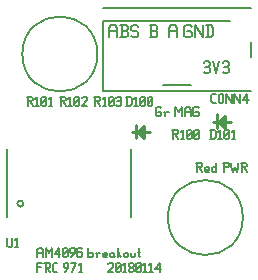
<source format=gbr>
G04 start of page 8 for group -4079 idx -4079 *
G04 Title: encoder, topsilk *
G04 Creator: pcb 20140316 *
G04 CreationDate: Mon 15 Jan 2018 02:12:54 AM GMT UTC *
G04 For: brian *
G04 Format: Gerber/RS-274X *
G04 PCB-Dimensions (mil): 1250.00 1300.00 *
G04 PCB-Coordinate-Origin: lower left *
%MOIN*%
%FSLAX25Y25*%
%LNTOPSILK*%
%ADD55C,0.0080*%
%ADD54C,0.0100*%
G54D54*X80000Y80000D02*X74000D01*
X76000D02*X78000Y82000D01*
X107000Y83500D02*X101000D01*
X103000D02*X105000Y85500D01*
X103000Y83500D02*X105000Y81500D01*
Y85500D02*Y81500D01*
X102500Y86000D02*Y81500D01*
X76000Y80000D02*X78000Y78000D01*
Y82000D02*Y78000D01*
X75500Y82500D02*Y78000D01*
G54D55*X95500Y69750D02*X97000D01*
X97375Y69375D01*
Y68625D01*
X97000Y68250D02*X97375Y68625D01*
X95875Y68250D02*X97000D01*
X95875Y69750D02*Y66750D01*
X96475Y68250D02*X97375Y66750D01*
X98650D02*X99775D01*
X98275Y67125D02*X98650Y66750D01*
X98275Y67875D02*Y67125D01*
Y67875D02*X98650Y68250D01*
X99400D01*
X99775Y67875D01*
X98275Y67500D02*X99775D01*
Y67875D02*Y67500D01*
X102175Y69750D02*Y66750D01*
X101800D02*X102175Y67125D01*
X101050Y66750D02*X101800D01*
X100675Y67125D02*X101050Y66750D01*
X100675Y67875D02*Y67125D01*
Y67875D02*X101050Y68250D01*
X101800D01*
X102175Y67875D01*
X104800Y69750D02*Y66750D01*
X104425Y69750D02*X105925D01*
X106300Y69375D01*
Y68625D01*
X105925Y68250D02*X106300Y68625D01*
X104800Y68250D02*X105925D01*
X107200Y69750D02*Y68250D01*
X107575Y66750D01*
X108325Y68250D01*
X109075Y66750D01*
X109450Y68250D01*
Y69750D02*Y68250D01*
X110350Y69750D02*X111850D01*
X112225Y69375D01*
Y68625D01*
X111850Y68250D02*X112225Y68625D01*
X110725Y68250D02*X111850D01*
X110725Y69750D02*Y66750D01*
X111325Y68250D02*X112225Y66750D01*
X83500Y88250D02*X83875Y87875D01*
X82375Y88250D02*X83500D01*
X82000Y87875D02*X82375Y88250D01*
X82000Y87875D02*Y85625D01*
X82375Y85250D01*
X83500D01*
X83875Y85625D01*
Y86375D02*Y85625D01*
X83500Y86750D02*X83875Y86375D01*
X82750Y86750D02*X83500D01*
X85150Y86375D02*Y85250D01*
Y86375D02*X85525Y86750D01*
X86275D01*
X84775D02*X85150Y86375D01*
X88525Y88250D02*Y85250D01*
Y88250D02*X89650Y86750D01*
X90775Y88250D01*
Y85250D01*
X91675Y87500D02*Y85250D01*
Y87500D02*X92200Y88250D01*
X93025D01*
X93550Y87500D01*
Y85250D01*
X91675Y86750D02*X93550D01*
X95950Y88250D02*X96325Y87875D01*
X94825Y88250D02*X95950D01*
X94450Y87875D02*X94825Y88250D01*
X94450Y87875D02*Y85625D01*
X94825Y85250D01*
X95950D01*
X96325Y85625D01*
Y86375D02*Y85625D01*
X95950Y86750D02*X96325Y86375D01*
X95200Y86750D02*X95950D01*
X42500Y40520D02*Y38300D01*
Y40520D02*X43018Y41260D01*
X43832D01*
X44350Y40520D01*
Y38300D01*
X42500Y39780D02*X44350D01*
X45238Y41260D02*Y38300D01*
Y41260D02*X46348Y39780D01*
X47458Y41260D01*
Y38300D01*
X48346Y39410D02*X49826Y41260D01*
X48346Y39410D02*X50196D01*
X49826Y41260D02*Y38300D01*
X51084Y38670D02*X51454Y38300D01*
X51084Y40890D02*Y38670D01*
Y40890D02*X51454Y41260D01*
X52194D01*
X52564Y40890D01*
Y38670D01*
X52194Y38300D02*X52564Y38670D01*
X51454Y38300D02*X52194D01*
X51084Y39040D02*X52564Y40520D01*
X53822Y38300D02*X54932Y39780D01*
Y40890D02*Y39780D01*
X54562Y41260D02*X54932Y40890D01*
X53822Y41260D02*X54562D01*
X53452Y40890D02*X53822Y41260D01*
X53452Y40890D02*Y40150D01*
X53822Y39780D01*
X54932D01*
X56930Y41260D02*X57300Y40890D01*
X56190Y41260D02*X56930D01*
X55820Y40890D02*X56190Y41260D01*
X55820Y40890D02*Y38670D01*
X56190Y38300D01*
X56930Y39928D02*X57300Y39558D01*
X55820Y39928D02*X56930D01*
X56190Y38300D02*X56930D01*
X57300Y38670D01*
Y39558D02*Y38670D01*
X59520Y41260D02*Y38300D01*
Y38670D02*X59890Y38300D01*
X60630D01*
X61000Y38670D01*
Y39410D02*Y38670D01*
X60630Y39780D02*X61000Y39410D01*
X59890Y39780D02*X60630D01*
X59520Y39410D02*X59890Y39780D01*
X62258Y39410D02*Y38300D01*
Y39410D02*X62628Y39780D01*
X63368D01*
X61888D02*X62258Y39410D01*
X64626Y38300D02*X65736D01*
X64256Y38670D02*X64626Y38300D01*
X64256Y39410D02*Y38670D01*
Y39410D02*X64626Y39780D01*
X65366D01*
X65736Y39410D01*
X64256Y39040D02*X65736D01*
Y39410D02*Y39040D01*
X67734Y39780D02*X68104Y39410D01*
X66994Y39780D02*X67734D01*
X66624Y39410D02*X66994Y39780D01*
X66624Y39410D02*Y38670D01*
X66994Y38300D01*
X68104Y39780D02*Y38670D01*
X68474Y38300D01*
X66994D02*X67734D01*
X68104Y38670D01*
X69362Y41260D02*Y38300D01*
Y39410D02*X70472Y38300D01*
X69362Y39410D02*X70102Y40150D01*
X71360Y39410D02*Y38670D01*
Y39410D02*X71730Y39780D01*
X72470D01*
X72840Y39410D01*
Y38670D01*
X72470Y38300D02*X72840Y38670D01*
X71730Y38300D02*X72470D01*
X71360Y38670D02*X71730Y38300D01*
X73728Y39780D02*Y38670D01*
X74098Y38300D01*
X74838D01*
X75208Y38670D01*
Y39780D02*Y38670D01*
X76466Y41260D02*Y38670D01*
X76836Y38300D01*
X76096Y40150D02*X76836D01*
X42500Y36260D02*Y33300D01*
Y36260D02*X43980D01*
X42500Y34928D02*X43610D01*
X44868Y36260D02*X46348D01*
X46718Y35890D01*
Y35150D01*
X46348Y34780D02*X46718Y35150D01*
X45238Y34780D02*X46348D01*
X45238Y36260D02*Y33300D01*
X45830Y34780D02*X46718Y33300D01*
X48124D02*X49086D01*
X47606Y33818D02*X48124Y33300D01*
X47606Y35742D02*Y33818D01*
Y35742D02*X48124Y36260D01*
X49086D01*
X51676Y33300D02*X52786Y34780D01*
Y35890D02*Y34780D01*
X52416Y36260D02*X52786Y35890D01*
X51676Y36260D02*X52416D01*
X51306Y35890D02*X51676Y36260D01*
X51306Y35890D02*Y35150D01*
X51676Y34780D01*
X52786D01*
X54044Y33300D02*X55524Y36260D01*
X53674D02*X55524D01*
X56412Y35668D02*X57004Y36260D01*
Y33300D01*
X56412D02*X57522D01*
X66000Y35890D02*X66370Y36260D01*
X67480D01*
X67850Y35890D01*
Y35150D01*
X66000Y33300D02*X67850Y35150D01*
X66000Y33300D02*X67850D01*
X68738Y33670D02*X69108Y33300D01*
X68738Y35890D02*Y33670D01*
Y35890D02*X69108Y36260D01*
X69848D01*
X70218Y35890D01*
Y33670D01*
X69848Y33300D02*X70218Y33670D01*
X69108Y33300D02*X69848D01*
X68738Y34040D02*X70218Y35520D01*
X71106Y35668D02*X71698Y36260D01*
Y33300D01*
X71106D02*X72216D01*
X73104Y33670D02*X73474Y33300D01*
X73104Y34262D02*Y33670D01*
Y34262D02*X73622Y34780D01*
X74066D01*
X74584Y34262D01*
Y33670D01*
X74214Y33300D02*X74584Y33670D01*
X73474Y33300D02*X74214D01*
X73104Y35298D02*X73622Y34780D01*
X73104Y35890D02*Y35298D01*
Y35890D02*X73474Y36260D01*
X74214D01*
X74584Y35890D01*
Y35298D01*
X74066Y34780D02*X74584Y35298D01*
X75472Y33670D02*X75842Y33300D01*
X75472Y35890D02*Y33670D01*
Y35890D02*X75842Y36260D01*
X76582D01*
X76952Y35890D01*
Y33670D01*
X76582Y33300D02*X76952Y33670D01*
X75842Y33300D02*X76582D01*
X75472Y34040D02*X76952Y35520D01*
X77840Y35668D02*X78432Y36260D01*
Y33300D01*
X77840D02*X78950D01*
X79838Y35668D02*X80430Y36260D01*
Y33300D01*
X79838D02*X80948D01*
X81836Y34410D02*X83316Y36260D01*
X81836Y34410D02*X83686D01*
X83316Y36260D02*Y33300D01*
X66500Y114540D02*Y111600D01*
Y114540D02*X67186Y115520D01*
X68264D01*
X68950Y114540D01*
Y111600D01*
X66500Y113560D02*X68950D01*
X70126Y111600D02*X72086D01*
X72576Y112090D01*
Y113266D02*Y112090D01*
X72086Y113756D02*X72576Y113266D01*
X70616Y113756D02*X72086D01*
X70616Y115520D02*Y111600D01*
X70126Y115520D02*X72086D01*
X72576Y115030D01*
Y114246D01*
X72086Y113756D02*X72576Y114246D01*
X75712Y115520D02*X76202Y115030D01*
X74242Y115520D02*X75712D01*
X73752Y115030D02*X74242Y115520D01*
X73752Y115030D02*Y114050D01*
X74242Y113560D01*
X75712D01*
X76202Y113070D01*
Y112090D01*
X75712Y111600D02*X76202Y112090D01*
X74242Y111600D02*X75712D01*
X73752Y112090D02*X74242Y111600D01*
X80000D02*X81960D01*
X82450Y112090D01*
Y113266D02*Y112090D01*
X81960Y113756D02*X82450Y113266D01*
X80490Y113756D02*X81960D01*
X80490Y115520D02*Y111600D01*
X80000Y115520D02*X81960D01*
X82450Y115030D01*
Y114246D01*
X81960Y113756D02*X82450Y114246D01*
X93460Y115520D02*X93950Y115030D01*
X91990Y115520D02*X93460D01*
X91500Y115030D02*X91990Y115520D01*
X91500Y115030D02*Y112090D01*
X91990Y111600D01*
X93460D01*
X93950Y112090D01*
Y113070D02*Y112090D01*
X93460Y113560D02*X93950Y113070D01*
X92480Y113560D02*X93460D01*
X95126Y115520D02*Y111600D01*
Y115520D02*X97576Y111600D01*
Y115520D02*Y111600D01*
X99242Y115520D02*Y111600D01*
X100516Y115520D02*X101202Y114834D01*
Y112286D01*
X100516Y111600D02*X101202Y112286D01*
X98752Y111600D02*X100516D01*
X98752Y115520D02*X100516D01*
X86500Y114540D02*Y111600D01*
Y114540D02*X87186Y115520D01*
X88264D01*
X88950Y114540D01*
Y111600D01*
X86500Y113560D02*X88950D01*
X98000Y103030D02*X98490Y103520D01*
X99470D01*
X99960Y103030D01*
X99470Y99600D02*X99960Y100090D01*
X98490Y99600D02*X99470D01*
X98000Y100090D02*X98490Y99600D01*
Y101756D02*X99470D01*
X99960Y103030D02*Y102246D01*
Y101266D02*Y100090D01*
Y101266D02*X99470Y101756D01*
X99960Y102246D02*X99470Y101756D01*
X101136Y103520D02*X102116Y99600D01*
X103096Y103520D01*
X104272Y103030D02*X104762Y103520D01*
X105742D01*
X106232Y103030D01*
X105742Y99600D02*X106232Y100090D01*
X104762Y99600D02*X105742D01*
X104272Y100090D02*X104762Y99600D01*
Y101756D02*X105742D01*
X106232Y103030D02*Y102246D01*
Y101266D02*Y100090D01*
Y101266D02*X105742Y101756D01*
X106232Y102246D02*X105742Y101756D01*
X106622Y117078D02*X64378D01*
X113622Y110078D02*Y104922D01*
X64378Y117078D02*Y93543D01*
X113622D02*X64378D01*
X93622Y95543D02*X84378D01*
X113622Y121457D02*X64378D01*
X37500Y106000D02*G75*G03X37500Y106000I12500J0D01*G01*
X86000Y51500D02*G75*G03X86000Y51500I12500J0D01*G01*
X32531Y74255D02*Y51815D01*
X73869Y74255D02*Y51815D01*
X35822Y56145D02*G75*G03X35822Y56145I1000J0D01*G01*
X101032Y89700D02*X102020D01*
X100500Y90232D02*X101032Y89700D01*
X100500Y92208D02*Y90232D01*
Y92208D02*X101032Y92740D01*
X102020D01*
X102932Y92360D02*Y90080D01*
Y92360D02*X103312Y92740D01*
X104072D01*
X104452Y92360D01*
Y90080D01*
X104072Y89700D02*X104452Y90080D01*
X103312Y89700D02*X104072D01*
X102932Y90080D02*X103312Y89700D01*
X105364Y92740D02*Y89700D01*
Y92740D02*X107264Y89700D01*
Y92740D02*Y89700D01*
X108176Y92740D02*Y89700D01*
Y92740D02*X110076Y89700D01*
Y92740D02*Y89700D01*
X110988Y90840D02*X112508Y92740D01*
X110988Y90840D02*X112888D01*
X112508Y92740D02*Y89700D01*
X100380Y80740D02*Y77700D01*
X101368Y80740D02*X101900Y80208D01*
Y78232D01*
X101368Y77700D02*X101900Y78232D01*
X100000Y77700D02*X101368D01*
X100000Y80740D02*X101368D01*
X102812Y80132D02*X103420Y80740D01*
Y77700D01*
X102812D02*X103952D01*
X104864Y78080D02*X105244Y77700D01*
X104864Y80360D02*Y78080D01*
Y80360D02*X105244Y80740D01*
X106004D01*
X106384Y80360D01*
Y78080D01*
X106004Y77700D02*X106384Y78080D01*
X105244Y77700D02*X106004D01*
X104864Y78460D02*X106384Y79980D01*
X107296Y80132D02*X107904Y80740D01*
Y77700D01*
X107296D02*X108436D01*
X87500Y80740D02*X89020D01*
X89400Y80360D01*
Y79600D01*
X89020Y79220D02*X89400Y79600D01*
X87880Y79220D02*X89020D01*
X87880Y80740D02*Y77700D01*
X88488Y79220D02*X89400Y77700D01*
X90312Y80132D02*X90920Y80740D01*
Y77700D01*
X90312D02*X91452D01*
X92364Y78080D02*X92744Y77700D01*
X92364Y80360D02*Y78080D01*
Y80360D02*X92744Y80740D01*
X93504D01*
X93884Y80360D01*
Y78080D01*
X93504Y77700D02*X93884Y78080D01*
X92744Y77700D02*X93504D01*
X92364Y78460D02*X93884Y79980D01*
X94796Y78080D02*X95176Y77700D01*
X94796Y80360D02*Y78080D01*
Y80360D02*X95176Y80740D01*
X95936D01*
X96316Y80360D01*
Y78080D01*
X95936Y77700D02*X96316Y78080D01*
X95176Y77700D02*X95936D01*
X94796Y78460D02*X96316Y79980D01*
X72380Y91775D02*Y88735D01*
X73368Y91775D02*X73900Y91243D01*
Y89267D01*
X73368Y88735D02*X73900Y89267D01*
X72000Y88735D02*X73368D01*
X72000Y91775D02*X73368D01*
X74812Y91167D02*X75420Y91775D01*
Y88735D01*
X74812D02*X75952D01*
X76864Y89115D02*X77244Y88735D01*
X76864Y91395D02*Y89115D01*
Y91395D02*X77244Y91775D01*
X78004D01*
X78384Y91395D01*
Y89115D01*
X78004Y88735D02*X78384Y89115D01*
X77244Y88735D02*X78004D01*
X76864Y89495D02*X78384Y91015D01*
X79296Y89115D02*X79676Y88735D01*
X79296Y91395D02*Y89115D01*
Y91395D02*X79676Y91775D01*
X80436D01*
X80816Y91395D01*
Y89115D01*
X80436Y88735D02*X80816Y89115D01*
X79676Y88735D02*X80436D01*
X79296Y89495D02*X80816Y91015D01*
X50000Y91775D02*X51520D01*
X51900Y91395D01*
Y90635D01*
X51520Y90255D02*X51900Y90635D01*
X50380Y90255D02*X51520D01*
X50380Y91775D02*Y88735D01*
X50988Y90255D02*X51900Y88735D01*
X52812Y91167D02*X53420Y91775D01*
Y88735D01*
X52812D02*X53952D01*
X54864Y89115D02*X55244Y88735D01*
X54864Y91395D02*Y89115D01*
Y91395D02*X55244Y91775D01*
X56004D01*
X56384Y91395D01*
Y89115D01*
X56004Y88735D02*X56384Y89115D01*
X55244Y88735D02*X56004D01*
X54864Y89495D02*X56384Y91015D01*
X57296Y91395D02*X57676Y91775D01*
X58816D01*
X59196Y91395D01*
Y90635D01*
X57296Y88735D02*X59196Y90635D01*
X57296Y88735D02*X59196D01*
X39000Y91775D02*X40520D01*
X40900Y91395D01*
Y90635D01*
X40520Y90255D02*X40900Y90635D01*
X39380Y90255D02*X40520D01*
X39380Y91775D02*Y88735D01*
X39988Y90255D02*X40900Y88735D01*
X41812Y91167D02*X42420Y91775D01*
Y88735D01*
X41812D02*X42952D01*
X43864Y89115D02*X44244Y88735D01*
X43864Y91395D02*Y89115D01*
Y91395D02*X44244Y91775D01*
X45004D01*
X45384Y91395D01*
Y89115D01*
X45004Y88735D02*X45384Y89115D01*
X44244Y88735D02*X45004D01*
X43864Y89495D02*X45384Y91015D01*
X46296Y91167D02*X46904Y91775D01*
Y88735D01*
X46296D02*X47436D01*
X61500Y91775D02*X63020D01*
X63400Y91395D01*
Y90635D01*
X63020Y90255D02*X63400Y90635D01*
X61880Y90255D02*X63020D01*
X61880Y91775D02*Y88735D01*
X62488Y90255D02*X63400Y88735D01*
X64312Y91167D02*X64920Y91775D01*
Y88735D01*
X64312D02*X65452D01*
X66364Y89115D02*X66744Y88735D01*
X66364Y91395D02*Y89115D01*
Y91395D02*X66744Y91775D01*
X67504D01*
X67884Y91395D01*
Y89115D01*
X67504Y88735D02*X67884Y89115D01*
X66744Y88735D02*X67504D01*
X66364Y89495D02*X67884Y91015D01*
X68796Y91395D02*X69176Y91775D01*
X69936D01*
X70316Y91395D01*
X69936Y88735D02*X70316Y89115D01*
X69176Y88735D02*X69936D01*
X68796Y89115D02*X69176Y88735D01*
Y90407D02*X69936D01*
X70316Y91395D02*Y90787D01*
Y90027D02*Y89115D01*
Y90027D02*X69936Y90407D01*
X70316Y90787D02*X69936Y90407D01*
X32500Y44730D02*Y42035D01*
X32885Y41650D01*
X33655D01*
X34040Y42035D01*
Y44730D02*Y42035D01*
X34964Y44114D02*X35580Y44730D01*
Y41650D01*
X34964D02*X36119D01*
M02*

</source>
